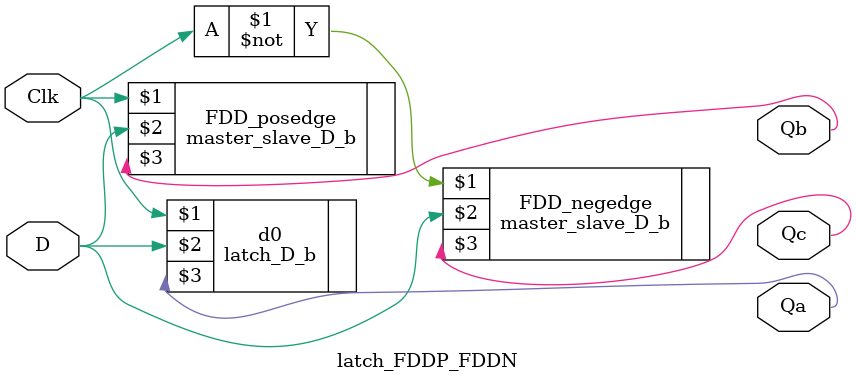
<source format=v>
module latch_FDDP_FDDN(
	input D, Clk,
	output Qa, Qb, Qc);
	
	latch_D_b d0(Clk, D, Qa);
	
	master_slave_D_b FDD_posedge(Clk, D, Qb);
	master_slave_D_b FDD_negedge(~Clk, D, Qc);
	
endmodule

</source>
